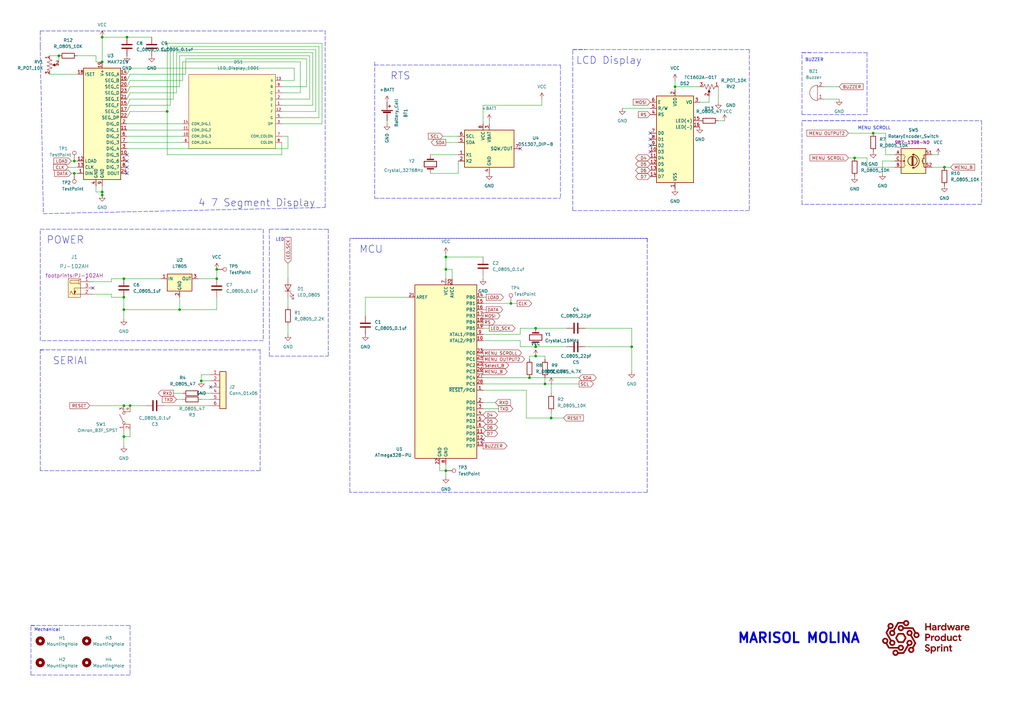
<source format=kicad_sch>
(kicad_sch (version 20211123) (generator eeschema)
  (paper "A3")
  (junction (at 50.8 121.92))
  (junction (at 209.55 124.46))
  (junction (at 41.91 25.4))
  (junction (at 41.91 78.74))
  (junction (at 82.55 156.21))
  (junction (at 350.52 64.77))
  (junction (at 50.8 179.07))
  (junction (at 219.71 142.24))
  (junction (at 53.34 166.37))
  (junction (at 387.35 68.58))
  (junction (at 50.8 166.37))
  (junction (at 182.88 105.41))
  (junction (at 88.9 114.3))
  (junction (at 276.86 35.56))
  (junction (at 30.48 66.04))
  (junction (at 219.71 134.62))
  (junction (at 24.13 22.86))
  (junction (at 219.71 146.05))
  (junction (at 358.14 54.61))
  (junction (at 182.88 110.49))
  (junction (at 217.17 154.94))
  (junction (at 41.91 15.24))
  (junction (at 68.58 45.72))
  (junction (at 182.88 193.04))
  (junction (at 30.48 71.12))
  (junction (at 52.07 15.24))
  (junction (at 50.8 127))
  (junction (at 41.91 80.01))
  (junction (at 226.06 171.45))
  (junction (at 73.66 127))
  (junction (at 223.52 157.48))
  (junction (at 88.9 110.49))
  (junction (at 50.8 114.3))
  (junction (at 259.08 142.24))
  (no_connect (at 198.12 180.34))
  (no_connect (at 86.36 158.75))
  (no_connect (at 266.7 54.61))
  (no_connect (at 266.7 59.69))
  (no_connect (at 266.7 62.23))
  (no_connect (at 266.7 57.15))
  (no_connect (at 52.07 71.12))
  (no_connect (at 52.07 66.04))
  (no_connect (at 52.07 68.58))
  (no_connect (at 52.07 63.5))
  (no_connect (at 38.1 118.11))
  (no_connect (at -44.45 233.68))
  (no_connect (at 213.36 60.96))
  (wire (pts (xy 68.58 45.72) (xy 68.58 17.78)))
  (polyline (pts (xy 116.84 93.98) (xy 134.62 93.98)))
  (wire (pts (xy 167.64 121.92) (xy 149.86 121.92)))
  (wire (pts (xy 86.36 153.67) (xy 82.55 153.67)))
  (wire (pts (xy 53.34 45.72) (xy 52.07 48.26)))
  (wire (pts (xy 69.85 43.18) (xy 69.85 19.05)))
  (wire (pts (xy 215.9 160.02) (xy 215.9 171.45)))
  (wire (pts (xy 198.12 165.1) (xy 203.2 165.1)))
  (wire (pts (xy 182.88 105.41) (xy 182.88 110.49)))
  (wire (pts (xy 198.12 127) (xy 199.39 127)))
  (polyline (pts (xy 402.59 83.82) (xy 328.93 83.82)))
  (wire (pts (xy 50.8 114.3) (xy 66.04 114.3)))
  (wire (pts (xy 53.34 40.64) (xy 52.07 43.18)))
  (polyline (pts (xy 17.78 87.63) (xy 133.35 85.09)))
  (polyline (pts (xy 133.35 85.09) (xy 133.35 12.7)))
  (wire (pts (xy 222.25 40.64) (xy 222.25 43.18)))
  (polyline (pts (xy 328.93 46.99) (xy 328.93 21.59)))
  (wire (pts (xy 72.39 38.1) (xy 72.39 21.59)))
  (wire (pts (xy 88.9 109.22) (xy 88.9 110.49)))
  (wire (pts (xy 41.91 80.01) (xy 41.91 81.28)))
  (wire (pts (xy 76.2 24.13) (xy 125.73 24.13)))
  (wire (pts (xy 198.12 134.62) (xy 200.66 134.62)))
  (wire (pts (xy 73.66 35.56) (xy 73.66 22.86)))
  (wire (pts (xy 182.88 190.5) (xy 182.88 193.04)))
  (wire (pts (xy 115.57 40.64) (xy 127 40.64)))
  (wire (pts (xy 50.8 179.07) (xy 50.8 182.88)))
  (wire (pts (xy 53.34 43.18) (xy 52.07 45.72)))
  (wire (pts (xy 350.52 64.77) (xy 355.6 64.77)))
  (wire (pts (xy 50.8 166.37) (xy 53.34 166.37)))
  (wire (pts (xy 82.55 153.67) (xy 82.55 156.21)))
  (wire (pts (xy 118.11 55.88) (xy 115.57 55.88)))
  (wire (pts (xy 198.12 121.92) (xy 199.39 121.92)))
  (wire (pts (xy 30.48 66.04) (xy 31.75 66.04)))
  (wire (pts (xy 52.07 60.96) (xy 118.11 60.96)))
  (polyline (pts (xy 16.51 12.7) (xy 133.35 12.7)))
  (wire (pts (xy 52.07 58.42) (xy 74.93 58.42)))
  (polyline (pts (xy 328.93 49.53) (xy 402.59 49.53)))
  (wire (pts (xy 41.91 76.2) (xy 41.91 78.74)))
  (wire (pts (xy 198.12 160.02) (xy 215.9 160.02)))
  (wire (pts (xy 30.48 71.12) (xy 31.75 71.12)))
  (polyline (pts (xy 355.6 46.99) (xy 328.93 46.99)))
  (wire (pts (xy 71.12 161.29) (xy 74.93 161.29)))
  (wire (pts (xy 213.36 137.16) (xy 213.36 134.62)))
  (wire (pts (xy 226.06 157.48) (xy 226.06 161.29)))
  (polyline (pts (xy 328.93 21.59) (xy 332.74 21.59)))
  (polyline (pts (xy 12.7 276.86) (xy 12.7 256.54)))
  (wire (pts (xy 115.57 35.56) (xy 125.73 35.56)))
  (wire (pts (xy 294.64 35.56) (xy 294.64 41.91)))
  (wire (pts (xy 82.55 163.83) (xy 86.36 163.83)))
  (wire (pts (xy 198.12 50.8) (xy 198.12 43.18)))
  (wire (pts (xy 387.35 68.58) (xy 382.27 68.58)))
  (wire (pts (xy 53.34 33.02) (xy 52.07 35.56)))
  (polyline (pts (xy 328.93 49.53) (xy 356.87 49.53)))
  (polyline (pts (xy 16.51 19.05) (xy 17.78 87.63)))
  (wire (pts (xy 82.55 156.21) (xy 86.36 156.21)))
  (wire (pts (xy 20.32 22.86) (xy 24.13 22.86)))
  (wire (pts (xy 72.39 163.83) (xy 74.93 163.83)))
  (wire (pts (xy 149.86 121.92) (xy 149.86 129.54)))
  (wire (pts (xy 53.34 30.48) (xy 76.2 30.48)))
  (wire (pts (xy 52.07 15.24) (xy 62.23 15.24)))
  (polyline (pts (xy 134.62 93.98) (xy 134.62 146.05)))
  (wire (pts (xy 213.36 134.62) (xy 219.71 134.62)))
  (wire (pts (xy 182.88 110.49) (xy 185.42 110.49)))
  (wire (pts (xy 73.66 121.92) (xy 73.66 127)))
  (polyline (pts (xy 16.51 139.7) (xy 16.51 93.98)))
  (wire (pts (xy 41.91 15.24) (xy 52.07 15.24)))
  (wire (pts (xy 198.12 167.64) (xy 204.47 167.64)))
  (polyline (pts (xy 153.67 81.28) (xy 229.87 81.28)))
  (wire (pts (xy 223.52 157.48) (xy 237.49 157.48)))
  (wire (pts (xy 361.95 71.12) (xy 361.95 66.04)))
  (wire (pts (xy 226.06 168.91) (xy 226.06 171.45)))
  (wire (pts (xy 38.1 120.65) (xy 45.72 120.65)))
  (wire (pts (xy 213.36 139.7) (xy 213.36 142.24)))
  (wire (pts (xy 68.58 45.72) (xy 68.58 63.5)))
  (polyline (pts (xy 110.49 146.05) (xy 134.62 146.05)))
  (wire (pts (xy 185.42 114.3) (xy 185.42 110.49)))
  (wire (pts (xy 294.64 49.53) (xy 297.18 49.53)))
  (wire (pts (xy 50.8 127) (xy 50.8 130.81)))
  (wire (pts (xy 118.11 107.95) (xy 118.11 114.3)))
  (wire (pts (xy 358.14 54.61) (xy 363.22 54.61)))
  (polyline (pts (xy 12.7 256.54) (xy 13.97 256.54)))
  (polyline (pts (xy 234.95 20.32) (xy 240.03 20.32)))
  (wire (pts (xy 72.39 21.59) (xy 128.27 21.59)))
  (wire (pts (xy 187.96 66.04) (xy 187.96 71.12)))
  (wire (pts (xy 53.34 38.1) (xy 52.07 40.64)))
  (polyline (pts (xy 16.51 143.51) (xy 17.78 143.51)))
  (wire (pts (xy 53.34 35.56) (xy 73.66 35.56)))
  (wire (pts (xy 182.88 105.41) (xy 198.12 105.41)))
  (wire (pts (xy 198.12 154.94) (xy 217.17 154.94)))
  (polyline (pts (xy 143.51 201.93) (xy 143.51 97.79)))
  (polyline (pts (xy 110.49 93.98) (xy 118.11 93.98)))
  (wire (pts (xy 71.12 20.32) (xy 129.54 20.32)))
  (wire (pts (xy 39.37 22.86) (xy 39.37 25.4)))
  (wire (pts (xy 53.34 40.64) (xy 71.12 40.64)))
  (polyline (pts (xy 12.7 256.54) (xy 53.34 256.54)))
  (wire (pts (xy 53.34 38.1) (xy 72.39 38.1)))
  (wire (pts (xy 125.73 24.13) (xy 125.73 35.56)))
  (wire (pts (xy 187.96 71.12) (xy 176.53 71.12)))
  (wire (pts (xy 53.34 166.37) (xy 59.69 166.37)))
  (wire (pts (xy 50.8 127) (xy 73.66 127)))
  (wire (pts (xy 38.1 115.57) (xy 45.72 115.57)))
  (wire (pts (xy 53.34 43.18) (xy 69.85 43.18)))
  (wire (pts (xy 363.22 54.61) (xy 363.22 63.5)))
  (wire (pts (xy 45.72 115.57) (xy 45.72 114.3)))
  (wire (pts (xy 276.86 33.02) (xy 276.86 35.56)))
  (wire (pts (xy 182.88 104.14) (xy 182.88 105.41)))
  (polyline (pts (xy 265.43 201.93) (xy 143.51 201.93)))
  (wire (pts (xy 50.8 121.92) (xy 45.72 121.92)))
  (wire (pts (xy 115.57 43.18) (xy 128.27 43.18)))
  (wire (pts (xy 53.34 45.72) (xy 68.58 45.72)))
  (wire (pts (xy 39.37 25.4) (xy 41.91 25.4)))
  (wire (pts (xy 255.27 44.45) (xy 266.7 44.45)))
  (wire (pts (xy 226.06 171.45) (xy 231.14 171.45)))
  (wire (pts (xy 115.57 63.5) (xy 115.57 58.42)))
  (wire (pts (xy 176.53 63.5) (xy 187.96 63.5)))
  (wire (pts (xy 115.57 50.8) (xy 132.08 50.8)))
  (wire (pts (xy 128.27 21.59) (xy 128.27 43.18)))
  (wire (pts (xy 158.75 50.8) (xy 158.75 49.53)))
  (wire (pts (xy 53.34 27.94) (xy 120.65 27.94)))
  (wire (pts (xy 29.21 66.04) (xy 30.48 66.04)))
  (wire (pts (xy 129.54 20.32) (xy 129.54 45.72)))
  (wire (pts (xy 355.6 64.77) (xy 355.6 68.58)))
  (wire (pts (xy 287.02 41.91) (xy 290.83 41.91)))
  (wire (pts (xy 209.55 124.46) (xy 212.09 124.46)))
  (wire (pts (xy 27.94 68.58) (xy 31.75 68.58)))
  (wire (pts (xy 223.52 154.94) (xy 223.52 157.48)))
  (wire (pts (xy 219.71 142.24) (xy 232.41 142.24)))
  (wire (pts (xy 217.17 146.05) (xy 219.71 146.05)))
  (wire (pts (xy 347.98 64.77) (xy 350.52 64.77)))
  (wire (pts (xy 31.75 22.86) (xy 39.37 22.86)))
  (wire (pts (xy 88.9 121.92) (xy 88.9 127)))
  (wire (pts (xy 115.57 45.72) (xy 129.54 45.72)))
  (wire (pts (xy 259.08 142.24) (xy 259.08 152.4)))
  (polyline (pts (xy 144.78 97.79) (xy 265.43 97.79)))
  (polyline (pts (xy 265.43 97.79) (xy 265.43 201.93)))
  (wire (pts (xy 115.57 38.1) (xy 123.19 38.1)))
  (polyline (pts (xy 53.34 256.54) (xy 53.34 276.86)))
  (polyline (pts (xy 229.87 26.67) (xy 229.87 81.28)))
  (polyline (pts (xy 234.95 20.32) (xy 307.34 20.32)))
  (wire (pts (xy 290.83 41.91) (xy 290.83 39.37)))
  (wire (pts (xy 76.2 30.48) (xy 76.2 24.13)))
  (wire (pts (xy 50.8 121.92) (xy 50.8 127)))
  (wire (pts (xy 68.58 17.78) (xy 132.08 17.78)))
  (polyline (pts (xy 402.59 49.53) (xy 402.59 83.82)))
  (wire (pts (xy 181.61 55.88) (xy 187.96 55.88)))
  (wire (pts (xy 200.66 49.53) (xy 200.66 50.8)))
  (wire (pts (xy 52.07 53.34) (xy 74.93 53.34)))
  (wire (pts (xy 53.34 179.07) (xy 50.8 179.07)))
  (wire (pts (xy 198.12 157.48) (xy 223.52 157.48)))
  (wire (pts (xy 389.89 68.58) (xy 387.35 68.58)))
  (polyline (pts (xy 153.67 25.4) (xy 153.67 81.28)))
  (wire (pts (xy 130.81 19.05) (xy 130.81 48.26)))
  (polyline (pts (xy 107.95 139.7) (xy 16.51 139.7)))
  (wire (pts (xy 53.34 30.48) (xy 52.07 33.02)))
  (polyline (pts (xy 328.93 21.59) (xy 355.6 21.59)))
  (polyline (pts (xy 106.68 193.04) (xy 16.51 193.04)))
  (wire (pts (xy 73.66 127) (xy 88.9 127)))
  (wire (pts (xy 363.22 63.5) (xy 367.03 63.5)))
  (wire (pts (xy 355.6 68.58) (xy 367.03 68.58)))
  (wire (pts (xy 180.34 190.5) (xy 180.34 193.04)))
  (wire (pts (xy 123.19 25.4) (xy 123.19 38.1)))
  (wire (pts (xy 36.83 166.37) (xy 50.8 166.37)))
  (wire (pts (xy 180.34 193.04) (xy 182.88 193.04)))
  (wire (pts (xy 337.82 35.56) (xy 344.17 35.56)))
  (polyline (pts (xy 16.51 143.51) (xy 106.68 143.51)))
  (wire (pts (xy 120.65 27.94) (xy 120.65 33.02)))
  (wire (pts (xy 71.12 40.64) (xy 71.12 20.32)))
  (wire (pts (xy 53.34 176.53) (xy 53.34 179.07)))
  (wire (pts (xy 69.85 19.05) (xy 130.81 19.05)))
  (wire (pts (xy 52.07 55.88) (xy 74.93 55.88)))
  (polyline (pts (xy 355.6 21.59) (xy 355.6 46.99)))
  (polyline (pts (xy 16.51 193.04) (xy 16.51 143.51)))
  (wire (pts (xy 223.52 147.32) (xy 223.52 146.05)))
  (wire (pts (xy 82.55 161.29) (xy 86.36 161.29)))
  (wire (pts (xy 45.72 114.3) (xy 50.8 114.3)))
  (wire (pts (xy 361.95 66.04) (xy 367.03 66.04)))
  (wire (pts (xy 215.9 171.45) (xy 226.06 171.45)))
  (wire (pts (xy 276.86 35.56) (xy 276.86 36.83)))
  (wire (pts (xy 39.37 78.74) (xy 39.37 76.2)))
  (wire (pts (xy 219.71 146.05) (xy 223.52 146.05)))
  (wire (pts (xy 41.91 15.24) (xy 41.91 25.4)))
  (wire (pts (xy 20.32 30.48) (xy 31.75 30.48)))
  (wire (pts (xy 53.34 33.02) (xy 74.93 33.02)))
  (polyline (pts (xy 16.51 93.98) (xy 107.95 93.98)))
  (wire (pts (xy 45.72 121.92) (xy 45.72 120.65)))
  (wire (pts (xy 198.12 113.03) (xy 198.12 114.3)))
  (wire (pts (xy 118.11 60.96) (xy 118.11 55.88)))
  (polyline (pts (xy 106.68 143.51) (xy 106.68 193.04)))
  (wire (pts (xy 347.98 54.61) (xy 358.14 54.61)))
  (wire (pts (xy 81.28 114.3) (xy 88.9 114.3)))
  (wire (pts (xy 53.34 35.56) (xy 52.07 38.1)))
  (wire (pts (xy 198.12 137.16) (xy 213.36 137.16)))
  (polyline (pts (xy 107.95 93.98) (xy 107.95 139.7)))
  (polyline (pts (xy 53.34 276.86) (xy 12.7 276.86)))
  (polyline (pts (xy 307.34 20.32) (xy 307.34 86.36)))
  (wire (pts (xy 344.17 40.64) (xy 337.82 40.64)))
  (wire (pts (xy 73.66 22.86) (xy 127 22.86)))
  (wire (pts (xy 182.88 58.42) (xy 187.96 58.42)))
  (wire (pts (xy 115.57 48.26) (xy 130.81 48.26)))
  (wire (pts (xy 53.34 27.94) (xy 52.07 30.48)))
  (wire (pts (xy 67.31 166.37) (xy 86.36 166.37)))
  (wire (pts (xy 240.03 142.24) (xy 259.08 142.24)))
  (wire (pts (xy 217.17 154.94) (xy 237.49 154.94)))
  (wire (pts (xy 52.07 50.8) (xy 74.93 50.8)))
  (polyline (pts (xy 153.67 26.67) (xy 229.87 26.67)))
  (wire (pts (xy 182.88 195.58) (xy 182.88 193.04)))
  (polyline (pts (xy 307.34 86.36) (xy 234.95 86.36)))
  (wire (pts (xy 219.71 134.62) (xy 232.41 134.62)))
  (wire (pts (xy 198.12 139.7) (xy 213.36 139.7)))
  (polyline (pts (xy 265.43 97.79) (xy 265.43 99.06)))
  (wire (pts (xy 198.12 124.46) (xy 209.55 124.46)))
  (wire (pts (xy 68.58 63.5) (xy 115.57 63.5)))
  (wire (pts (xy 88.9 110.49) (xy 88.9 114.3)))
  (wire (pts (xy 74.93 33.02) (xy 74.93 25.4)))
  (wire (pts (xy 74.93 25.4) (xy 123.19 25.4)))
  (wire (pts (xy 127 22.86) (xy 127 40.64)))
  (wire (pts (xy 240.03 134.62) (xy 259.08 134.62)))
  (wire (pts (xy 118.11 133.35) (xy 118.11 137.16)))
  (wire (pts (xy 217.17 147.32) (xy 217.17 146.05)))
  (wire (pts (xy 384.81 63.5) (xy 382.27 63.5)))
  (wire (pts (xy 118.11 121.92) (xy 118.11 125.73)))
  (wire (pts (xy 50.8 176.53) (xy 50.8 179.07)))
  (polyline (pts (xy 328.93 83.82) (xy 328.93 49.53)))
  (wire (pts (xy 259.08 134.62) (xy 259.08 142.24)))
  (polyline (pts (xy 234.95 86.36) (xy 234.95 20.32)))
  (wire (pts (xy 213.36 142.24) (xy 219.71 142.24)))
  (wire (pts (xy 39.37 78.74) (xy 41.91 78.74)))
  (polyline (pts (xy 110.49 146.05) (xy 110.49 93.98)))
  (wire (pts (xy 132.08 17.78) (xy 132.08 50.8)))
  (wire (pts (xy 41.91 78.74) (xy 41.91 80.01)))
  (polyline (pts (xy 143.51 97.79) (xy 265.43 97.79)))
  (polyline (pts (xy 16.51 12.7) (xy 16.51 19.05)))
  (wire (pts (xy 198.12 43.18) (xy 222.25 43.18)))
  (wire (pts (xy 276.86 35.56) (xy 287.02 35.56)))
  (wire (pts (xy 182.88 110.49) (xy 182.88 114.3)))
  (wire (pts (xy 115.57 33.02) (xy 120.65 33.02)))
  (wire (pts (xy 24.13 22.86) (xy 24.13 26.67)))
  (wire (pts (xy 29.21 71.12) (xy 30.48 71.12)))
  (text "SERIAl" (at 21.59 149.86 0) (effects (font (size 3 3)) (justify left bottom)))
  (text "4 7 Segment Display" (at 81.28 85.09 0) (effects (font (size 3 3)) (justify left bottom)))
  (text "LED" (at 113.03 99.06 0) (effects (font (size 1.27 1.27)) (justify left bottom)))
  (text "BUZZER" (at 330.2 25.4 0) (effects (font (size 1.27 1.27)) (justify left bottom)))
  (text "LCD Display" (at 236.22 26.67 0) (effects (font (size 3 3)) (justify left bottom)))
  (text "MENU SCROLL" (at 351.79 53.34 0) (effects (font (size 1.27 1.27)) (justify left bottom)))
  (text "Mechanical" (at 13.97 259.08 0) (effects (font (size 1.27 1.27)) (justify left bottom)))
  (text "MARISOL MOLINA" (at 302.26 264.16 0) (effects (font (size 4 4) (thickness 0.8) bold) (justify left bottom)))
  (text "MCU" (at 147.32 104.14 0) (effects (font (size 3 3)) (justify left bottom)))
  (text "RTS\n" (at 160.02 33.02 0) (effects (font (size 3 3)) (justify left bottom)))
  (text "POWER" (at 19.05 100.33 0) (effects (font (size 3 3)) (justify left bottom)))
  (global_label "MOSI" (shape output) (at 198.12 129.54 0) (property "Intersheet References" "${INTERSHEET_REFS}" (effects hide)))
  (global_label "CLK" (shape input) (at 27.94 68.58 180) (property "Intersheet References" "${INTERSHEET_REFS}" (effects hide)))
  (global_label "MENU_B" (shape output) (at 198.12 152.4 0) (property "Intersheet References" "${INTERSHEET_REFS}" (effects hide)))
  (global_label "D5" (shape bidirectional) (at 198.12 172.72 0) (property "Intersheet References" "${INTERSHEET_REFS}" (effects hide)))
  (global_label "LED_SCK" (shape output) (at 200.66 134.62 0) (property "Intersheet References" "${INTERSHEET_REFS}" (effects hide)))
  (global_label "DATA" (shape output) (at 199.39 127 0) (property "Intersheet References" "${INTERSHEET_REFS}" (effects hide)))
  (global_label "RESET" (shape input) (at 231.14 171.45 0) (property "Intersheet References" "${INTERSHEET_REFS}" (effects hide)))
  (global_label "MENU SCROLL" (shape output) (at 198.12 144.78 0) (property "Intersheet References" "${INTERSHEET_REFS}" (effects hide)))
  (global_label "SDA" (shape output) (at 182.88 58.42 180) (property "Intersheet References" "${INTERSHEET_REFS}" (effects hide)))
  (global_label "RS" (shape output) (at 198.12 132.08 0) (property "Intersheet References" "${INTERSHEET_REFS}" (effects hide)))
  (global_label "RESET" (shape input) (at 36.83 166.37 180) (property "Intersheet References" "${INTERSHEET_REFS}" (effects hide)))
  (global_label "D4" (shape bidirectional) (at 266.7 64.77 180) (property "Intersheet References" "${INTERSHEET_REFS}" (effects hide)))
  (global_label "D6" (shape bidirectional) (at 198.12 175.26 0) (property "Intersheet References" "${INTERSHEET_REFS}" (effects hide)))
  (global_label "MENU OUTPUT2" (shape output) (at 198.12 147.32 0) (property "Intersheet References" "${INTERSHEET_REFS}" (effects hide)))
  (global_label "LOAD" (shape output) (at 199.39 121.92 0) (property "Intersheet References" "${INTERSHEET_REFS}" (effects hide)))
  (global_label "D7" (shape bidirectional) (at 266.7 72.39 180) (property "Intersheet References" "${INTERSHEET_REFS}" (effects hide)))
  (global_label "MENU SCROLL" (shape input) (at 347.98 64.77 180) (property "Intersheet References" "${INTERSHEET_REFS}" (effects hide)))
  (global_label "MENU OUTPUT2" (shape input) (at 347.98 54.61 180) (property "Intersheet References" "${INTERSHEET_REFS}" (effects hide)))
  (global_label "RXD" (shape output) (at 71.12 161.29 180) (property "Intersheet References" "${INTERSHEET_REFS}" (effects hide)))
  (global_label "SCL" (shape input) (at 181.61 55.88 180) (property "Intersheet References" "${INTERSHEET_REFS}" (effects hide)))
  (global_label "RXD" (shape input) (at 203.2 165.1 0) (property "Intersheet References" "${INTERSHEET_REFS}" (effects hide)))
  (global_label "D7" (shape bidirectional) (at 198.12 177.8 0) (property "Intersheet References" "${INTERSHEET_REFS}" (effects hide)))
  (global_label "D6" (shape bidirectional) (at 266.7 69.85 180) (property "Intersheet References" "${INTERSHEET_REFS}" (effects hide)))
  (global_label "MOSI" (shape input) (at 266.7 41.91 180) (property "Intersheet References" "${INTERSHEET_REFS}" (effects hide)))
  (global_label "SDA" (shape bidirectional) (at 237.49 154.94 0) (property "Intersheet References" "${INTERSHEET_REFS}" (effects hide)))
  (global_label "D4" (shape bidirectional) (at 198.12 170.18 0) (property "Intersheet References" "${INTERSHEET_REFS}" (effects hide)))
  (global_label "MENU_B" (shape input) (at 389.89 68.58 0) (property "Intersheet References" "${INTERSHEET_REFS}" (effects hide)))
  (global_label "TXD" (shape output) (at 204.47 167.64 0) (property "Intersheet References" "${INTERSHEET_REFS}" (effects hide)))
  (global_label "BUZZER" (shape input) (at 344.17 35.56 0) (property "Intersheet References" "${INTERSHEET_REFS}" (effects hide)))
  (global_label "LOAD" (shape input) (at 29.21 66.04 180) (property "Intersheet References" "${INTERSHEET_REFS}" (effects hide)))
  (global_label "RS" (shape input) (at 266.7 46.99 180) (property "Intersheet References" "${INTERSHEET_REFS}" (effects hide)))
  (global_label "BUZZER" (shape output) (at 198.12 182.88 0) (property "Intersheet References" "${INTERSHEET_REFS}" (effects hide)))
  (global_label "LED_SCK" (shape input) (at 118.11 107.95 90) (property "Intersheet References" "${INTERSHEET_REFS}" (effects hide)))
  (global_label "CLK" (shape output) (at 212.09 124.46 0) (property "Intersheet References" "${INTERSHEET_REFS}" (effects hide)))
  (global_label "TXD" (shape input) (at 72.39 163.83 180) (property "Intersheet References" "${INTERSHEET_REFS}" (effects hide)))
  (global_label "DATA" (shape input) (at 29.21 71.12 180) (property "Intersheet References" "${INTERSHEET_REFS}" (effects hide)))
  (global_label "D5" (shape bidirectional) (at 266.7 67.31 180) (property "Intersheet References" "${INTERSHEET_REFS}" (effects hide)))
  (global_label "Select_B" (shape output) (at 198.12 149.86 0) (property "Intersheet References" "${INTERSHEET_REFS}" (effects hide)))
  (global_label "SCL" (shape output) (at 237.49 157.48 0) (property "Intersheet References" "${INTERSHEET_REFS}" (effects hide)))
  (symbol (lib_id "HPS:GND") (at 361.95 71.12 0) (unit 1)
    (property "Reference" "#PWR017" (effects hide))
    (property "Value" "GND" (at 361.95 76.2 0))
  )
  (symbol (lib_id "HPS:R_0805_4.7K") (at 223.52 151.13 0) (unit 1)
    (property "Reference" "R9" (at 226.06 149.8599 0) (effects (justify left)))
    (property "Value" "R_0805_4.7K" (at 226.06 152.3999 0) (effects (justify left)))
    (property "Footprint" "footprints:R_0805_2012Metric" (effects hide))
    (property "Datasheet" "https://www.digikey.com/en/products/detail/yageo/RC0805FR-074K7L/727929" (effects hide))
    (property "MFG" "Yageo" (effects hide))
    (property "MPN" "RC0805FR-074K7L" (effects hide))
    (property "Digikey PN" "311-4.70KCRCT-ND" (effects hide))
    (property "Mouser PN" "N/A" (effects hide))
    (property "Power" "N/A" (effects hide))
    (property "Tolerance" "N/A" (effects hide))
  )
  (symbol (lib_id "HPS:PJ-102AH") (at 33.02 118.11 0) (unit 1)
    (property "Reference" "J1" (at 30.48 105.41 0) (effects (font (size 1.524 1.524))))
    (property "Value" "PJ-102AH" (at 30.48 109.22 0) (effects (font (size 1.524 1.524))))
    (property "Footprint" "footprints:PJ-102AH" (at 30.48 113.03 0) (effects (font (size 1.524 1.524))))
    (property "Datasheet" "https://www.cuidevices.com/product/resource/pj-102ah.pdf" (effects hide))
    (property "MFG" "CUI Devices" (effects hide))
    (property "MPN" "PJ-102AH" (effects hide))
    (property "Digikey PN" "CP-102AH-ND" (effects hide))
    (property "Mouser PN" "490-PJ-102AH" (effects hide))
  )
  (symbol (lib_id "HPS:TestPoint") (at 30.48 71.12 180) (unit 1)
    (property "Reference" "TP2" (at 25.4 74.93 0) (effects (justify right)))
    (property "Value" "TestPoint" (at 25.4 77.47 0) (effects (justify right)))
    (property "Footprint" "footprints:TestPoint_THTPad_D2.0mm_Drill1.0mm" (effects hide))
  )
  (symbol (lib_id "HPS:R_0805_10K") (at 350.52 68.58 0) (unit 1)
    (property "Reference" "R6" (at 353.06 67.3099 0) (effects (justify left)))
    (property "Value" "R_0805_10K" (at 353.06 69.8499 0) (effects (justify left)))
    (property "Footprint" "footprints:R_0805_2012Metric" (effects hide))
    (property "Datasheet" "https://www.digikey.com/en/products/detail/yageo/RC0805FR-0710KL/727535" (effects hide))
    (property "MFG" "Yageo" (effects hide))
    (property "MPN" "RC0805FR-0710KL" (effects hide))
    (property "Digikey PN" "311-10.0KCRCT-ND" (effects hide))
    (property "Mouser PN" "N/A" (effects hide))
    (property "Power" "N/A" (effects hide))
    (property "Tolerance" "N/A" (effects hide))
  )
  (symbol (lib_id "HPS:R_POT_10K") (at 290.83 35.56 270) (unit 1)
    (property "Reference" "RV2" (at 299.72 35.56 90))
    (property "Value" "R_POT_10K" (at 300.99 33.02 90))
    (property "Footprint" "footprints:Potentiometer_Bourns_3386P_Vertical" (effects hide))
    (property "Datasheet" "https://www.bourns.com/docs/Product-Datasheets/3386.pdf" (effects hide))
    (property "MFG" "Bourns Inc." (effects hide))
    (property "MPN" "3386P-1-103TLF" (effects hide))
    (property "Digikey PN" "3386P-103TLF-ND" (effects hide))
    (property "Mouser PN" "N/A" (effects hide))
  )
  (symbol (lib_id "HPS:C_0805_0.1uf") (at 63.5 166.37 90) (unit 1)
    (property "Reference" "C3" (at 63.5 173.99 90))
    (property "Value" "C_0805_0.1uf" (at 63.5 171.45 90))
    (property "Footprint" "footprints:C_0805_2012Metric" (effects hide))
    (property "Datasheet" "https://datasheets.avx.com/X7RDielectric.pdf" (effects hide))
    (property "MFG" "AVX Corporation" (effects hide))
    (property "MPN" "08055C104KAT2A" (effects hide))
    (property "Digikey PN" "478-1395-1-ND" (effects hide))
    (property "Mouser PN" "N/A" (effects hide))
    (property "Voltage" "N/A" (effects hide))
    (property "Dielectric" "N/A" (effects hide))
    (property "Tolerance" "N/A" (effects hide))
  )
  (symbol (lib_id "HPS:TestPoint") (at 182.88 193.04 270) (unit 1)
    (property "Reference" "TP3" (at 187.96 191.7699 90) (effects (justify left)))
    (property "Value" "TestPoint" (at 187.96 194.3099 90) (effects (justify left)))
    (property "Footprint" "footprints:TestPoint_THTPad_D2.0mm_Drill1.0mm" (effects hide))
  )
  (symbol (lib_id "HPS:GND") (at 158.75 50.8 0) (unit 1)
    (property "Reference" "#PWR04" (effects hide))
    (property "Value" "GND" (at 158.7501 54.61 90) (effects (justify right)))
  )
  (symbol (lib_id "HPS:GND") (at 198.12 114.3 0) (unit 1)
    (property "Reference" "#PWR016" (effects hide))
    (property "Value" "GND" (at 198.12 119.38 0))
  )
  (symbol (lib_id "HPS:R_0805_4.7K") (at 217.17 151.13 0) (unit 1)
    (property "Reference" "R8" (at 219.71 149.8599 0) (effects (justify left)))
    (property "Value" "R_0805_4.7K" (at 219.71 152.3999 0) (effects (justify left)))
    (property "Footprint" "footprints:R_0805_2012Metric" (effects hide))
    (property "Datasheet" "https://www.digikey.com/en/products/detail/yageo/RC0805FR-074K7L/727929" (effects hide))
    (property "MFG" "Yageo" (effects hide))
    (property "MPN" "RC0805FR-074K7L" (effects hide))
    (property "Digikey PN" "311-4.70KCRCT-ND" (effects hide))
    (property "Mouser PN" "N/A" (effects hide))
    (property "Power" "N/A" (effects hide))
    (property "Tolerance" "N/A" (effects hide))
  )
  (symbol (lib_id "HPS:GND") (at 358.14 62.23 0) (unit 1)
    (property "Reference" "#PWR013" (effects hide))
    (property "Value" "GND" (at 358.14 67.31 0))
  )
  (symbol (lib_id "HPS:MountingHole") (at 35.56 262.89 0) (unit 1)
    (property "Reference" "H3" (at 43.18 261.62 0) (effects (justify left)))
    (property "Value" "MountingHole" (at 38.1 264.1599 0) (effects (justify left)))
    (property "Footprint" "footprints:MountingHole_3.2mm_M3" (effects hide))
  )
  (symbol (lib_id "HPS:VCC") (at 88.9 110.49 0) (unit 1)
    (property "Reference" "#PWR07" (effects hide))
    (property "Value" "VCC" (at 88.9 105.41 0))
  )
  (symbol (lib_id "HPS:VCC") (at 182.88 104.14 0) (unit 1)
    (property "Reference" "#PWR015" (effects hide))
    (property "Value" "VCC" (at 182.88 99.06 0))
  )
  (symbol (lib_id "HPS:R_0805_47") (at 290.83 49.53 90) (unit 1)
    (property "Reference" "R13" (at 290.83 44.45 90))
    (property "Value" "R_0805_47" (at 290.83 45.72 90))
    (property "Footprint" "footprints:R_0805_2012Metric" (effects hide))
    (property "Datasheet" "https://www.digikey.com/en/products/detail/yageo/RC0805FR-0747RL/727972" (effects hide))
    (property "MFG" "Yageo" (effects hide))
    (property "Digikey PN" "RC0805FR-0747RL " (effects hide))
    (property "Mouser PN" "N/A" (effects hide))
    (property "Power" "N/A" (effects hide))
    (property "Tolerance" "N/A" (effects hide))
    (property "MPN" "RC0805FR-0747RL " (effects hide))
  )
  (symbol (lib_id "HPS:GND") (at 41.91 80.01 0) (unit 1)
    (property "Reference" "#PWR06" (effects hide))
    (property "Value" "GND" (at 41.91 85.09 0))
  )
  (symbol (lib_id "HPS:MountingHole") (at 16.51 262.89 0) (unit 1)
    (property "Reference" "H1" (at 24.13 261.62 0) (effects (justify left)))
    (property "Value" "MountingHole" (at 19.05 264.16 0) (effects (justify left)))
    (property "Footprint" "footprints:MountingHole_3.2mm_M3" (effects hide))
  )
  (symbol (lib_id "HPS:Crystal_16MHz") (at 219.71 138.43 90) (unit 1)
    (property "Reference" "Y1" (at 223.52 137.1599 90) (effects (justify right)))
    (property "Value" "Crystal_16MHz" (at 223.52 139.6999 90) (effects (justify right)))
    (property "Footprint" "footprints:Crystal_SMD_HC49-SD" (effects hide))
    (property "Datasheet" "https://ecsxtal.com/store/pdf/csm-7x-dn.pdf" (effects hide))
    (property "MFG" "ECS Inc." (effects hide))
    (property "MPN" "ECS-160-20-5PXDN-TR" (effects hide))
    (property "Digikey PN" "XC1299CT-ND" (effects hide))
    (property "Mouser PN" "N/A" (effects hide))
  )
  (symbol (lib_id "HPS:Conn_01x06") (at 91.44 158.75 0) (unit 1)
    (property "Reference" "J2" (at 93.98 158.7499 0) (effects (justify left)))
    (property "Value" "Conn_01x06" (at 93.98 161.2899 0) (effects (justify left)))
    (property "Footprint" "footprints:PinHeader_1x06_P2.54mm_Vertical" (effects hide))
    (property "Datasheet" "https://www.we-online.de/katalog/datasheet/6130xx11121.pdf" (effects hide))
    (property "MFG" "Würth Elektronik" (effects hide))
    (property "MPN" "61300611121" (effects hide))
    (property "Digikey PN" "732-5319-ND" (effects hide))
    (property "Mouser PN" "N/A" (effects hide))
  )
  (symbol (lib_id "HPS:VCC") (at 384.81 63.5 0) (unit 1)
    (property "Reference" "#PWR019" (effects hide))
    (property "Value" "VCC" (at 384.81 58.42 0))
  )
  (symbol (lib_id "HPS:R_0805_10K") (at 226.06 165.1 0) (unit 1)
    (property "Reference" "R2" (at 228.6 163.8299 0) (effects (justify left)))
    (property "Value" "R_0805_10K" (at 228.6 166.3699 0) (effects (justify left)))
    (property "Footprint" "footprints:R_0805_2012Metric" (effects hide))
    (property "Datasheet" "https://www.digikey.com/en/products/detail/yageo/RC0805FR-0710KL/727535" (effects hide))
    (property "MFG" "Yageo" (effects hide))
    (property "MPN" "RC0805FR-0710KL" (effects hide))
    (property "Digikey PN" "311-10.0KCRCT-ND" (effects hide))
    (property "Mouser PN" "N/A" (effects hide))
    (property "Power" "N/A" (effects hide))
    (property "Tolerance" "N/A" (effects hide))
  )
  (symbol (lib_id "HPS:VCC") (at 297.18 49.53 0) (unit 1)
    (property "Reference" "#PWR028" (effects hide))
    (property "Value" "VCC" (at 298.45 45.72 0))
  )
  (symbol (lib_id "HPS:+BATT") (at 200.66 49.53 0) (unit 1)
    (property "Reference" "#PWR023" (effects hide))
    (property "Value" "+BATT" (at 200.66 44.45 0))
  )
  (symbol (lib_id "HPS:GND") (at 118.11 137.16 0) (unit 1)
    (property "Reference" "#PWR08" (effects hide))
    (property "Value" "GND" (at 118.11 142.24 0))
  )
  (symbol (lib_id "HPS:R_0805_47") (at 78.74 161.29 90) (unit 1)
    (property "Reference" "R4" (at 74.93 154.94 90))
    (property "Value" "R_0805_47" (at 74.93 157.48 90))
    (property "Footprint" "footprints:R_0805_2012Metric" (effects hide))
    (property "Datasheet" "https://www.digikey.com/en/products/detail/yageo/RC0805FR-0747RL/727972" (effects hide))
    (property "MFG" "Yageo" (effects hide))
    (property "Digikey PN" "RC0805FR-0747RL " (effects hide))
    (property "Mouser PN" "N/A" (effects hide))
    (property "Power" "N/A" (effects hide))
    (property "Tolerance" "N/A" (effects hide))
    (property "MPN" "RC0805FR-0747RL " (effects hide))
  )
  (symbol (lib_id "HPS:VCC") (at 41.91 15.24 0) (unit 1)
    (property "Reference" "#PWR05" (effects hide))
    (property "Value" "VCC" (at 41.91 10.16 0))
  )
  (symbol (lib_id "HPS:GND") (at 350.52 72.39 0) (unit 1)
    (property "Reference" "#PWR09" (effects hide))
    (property "Value" "GND" (at 350.52 77.47 0))
  )
  (symbol (lib_id "HPS:+BATT") (at 158.75 41.91 0) (unit 1)
    (property "Reference" "#PWR03" (effects hide))
    (property "Value" "+BATT" (at 158.75 36.83 0))
  )
  (symbol (lib_id "HPS:TestPoint") (at 88.9 110.49 270) (unit 1)
    (property "Reference" "TP5" (at 93.98 109.2199 90) (effects (justify left)))
    (property "Value" "TestPoint" (at 93.98 111.7599 90) (effects (justify left)))
    (property "Footprint" "footprints:TestPoint_THTPad_D2.0mm_Drill1.0mm" (effects hide))
  )
  (symbol (lib_id "HPS:GND") (at 52.07 22.86 0) (unit 1)
    (property "Reference" "#PWR032" (effects hide))
    (property "Value" "GND" (at 52.07 27.94 0))
  )
  (symbol (lib_id "HPS:DS1307_DIP-8") (at 200.66 60.96 0) (unit 1)
    (property "Reference" "U4" (at 219.71 56.6293 0))
    (property "Value" "DS1307_DIP-8" (at 219.71 59.1693 0))
    (property "Footprint" "footprints:DIP-8_W7.62mm" (effects hide))
    (property "Datasheet" "https://datasheets.maximintegrated.com/en/ds/DS1307.pdf" (effects hide))
    (property "MFG" "Assmann WSW Components" (effects hide))
    (property "MPN" "A 08-LC-TT" (effects hide))
    (property "Digikey PN" "AE9986-ND" (effects hide))
    (property "Mouser PN" "N/A" (effects hide))
  )
  (symbol (lib_id "HPS:TestPoint") (at 209.55 124.46 0) (unit 1)
    (property "Reference" "TP4" (at 209.55 118.11 0) (effects (justify left)))
    (property "Value" "TestPoint" (at 210.82 120.65 0) (effects (justify left)))
    (property "Footprint" "footprints:TestPoint_THTPad_D2.0mm_Drill1.0mm" (effects hide))
  )
  (symbol (lib_id "HPS:C_0805_0.1uf") (at 52.07 19.05 0) (unit 1)
    (property "Reference" "C8" (at 55.88 17.7799 0) (effects (justify left)))
    (property "Value" "C_0805_0.1uf" (at 55.88 20.3199 0) (effects (justify left)))
    (property "Footprint" "footprints:C_0805_2012Metric" (effects hide))
    (property "Datasheet" "https://datasheets.avx.com/X7RDielectric.pdf" (effects hide))
    (property "MFG" "AVX Corporation" (effects hide))
    (property "MPN" "08055C104KAT2A" (effects hide))
    (property "Digikey PN" "478-1395-1-ND" (effects hide))
    (property "Mouser PN" "N/A" (effects hide))
    (property "Voltage" "N/A" (effects hide))
    (property "Dielectric" "N/A" (effects hide))
    (property "Tolerance" "N/A" (effects hide))
  )
  (symbol (lib_id "HPS:VCC") (at 219.71 146.05 0) (unit 1)
    (property "Reference" "#PWR034" (effects hide))
    (property "Value" "VCC" (at 219.71 140.97 0))
  )
  (symbol (lib_id "HPS:C_0805_0.1uf") (at 88.9 118.11 0) (unit 1)
    (property "Reference" "C7" (at 92.71 116.8399 0) (effects (justify left)))
    (property "Value" "C_0805_0.1uf" (at 92.71 119.3799 0) (effects (justify left)))
    (property "Footprint" "footprints:C_0805_2012Metric" (effects hide))
    (property "Datasheet" "https://datasheets.avx.com/X7RDielectric.pdf" (effects hide))
    (property "MFG" "AVX Corporation" (effects hide))
    (property "MPN" "08055C104KAT2A" (effects hide))
    (property "Digikey PN" "478-1395-1-ND" (effects hide))
    (property "Mouser PN" "N/A" (effects hide))
    (property "Voltage" "N/A" (effects hide))
    (property "Dielectric" "N/A" (effects hide))
    (property "Tolerance" "N/A" (effects hide))
  )
  (symbol (lib_id "HPS:HPS_Logo") (at 379.73 261.62 0) (unit 1)
    (property "Reference" "#G1" (effects hide))
    (property "Value" "HPS_Logo" (effects hide))
  )
  (symbol (lib_id "HPS:GND") (at 200.66 71.12 0) (unit 1)
    (property "Reference" "#PWR024" (effects hide))
    (property "Value" "GND" (at 200.66 76.2 0))
  )
  (symbol (lib_id "HPS:VCC") (at 222.25 40.64 0) (unit 1)
    (property "Reference" "#PWR025" (effects hide))
    (property "Value" "VCC" (at 222.25 35.56 0))
  )
  (symbol (lib_id "HPS:ATmega328-PU") (at 182.88 152.4 0) (unit 1)
    (property "Reference" "U1" (at 163.83 184.15 0))
    (property "Value" "ATmega328-PU" (at 161.29 186.69 0))
    (property "Footprint" "footprints:DIP-28_W7.62mm" (effects hide))
    (property "Datasheet" "http://www.microchip.com/mymicrochip/filehandler.aspx?ddocname=en608326" (effects hide))
    (property "MFG" "On Shore Technology Inc." (effects hide))
    (property "MPN" "ED281DT" (effects hide))
    (property "Digikey PN" "ED3050-5-ND" (effects hide))
    (property "Mouser PN" "N/A" (effects hide))
  )
  (symbol (lib_id "HPS:GND") (at 287.02 52.07 0) (unit 1)
    (property "Reference" "#PWR029" (effects hide))
    (property "Value" "GND" (at 287.02 57.15 0))
  )
  (symbol (lib_id "HPS:R_0805_10K") (at 358.14 58.42 0) (unit 1)
    (property "Reference" "R7" (at 360.68 57.1499 0) (effects (justify left)))
    (property "Value" "R_0805_10K" (at 360.68 59.6899 0) (effects (justify left)))
    (property "Footprint" "footprints:R_0805_2012Metric" (effects hide))
    (property "Datasheet" "https://www.digikey.com/en/products/detail/yageo/RC0805FR-0710KL/727535" (effects hide))
    (property "MFG" "Yageo" (effects hide))
    (property "MPN" "RC0805FR-0710KL" (effects hide))
    (property "Digikey PN" "311-10.0KCRCT-ND" (effects hide))
    (property "Mouser PN" "N/A" (effects hide))
    (property "Power" "N/A" (effects hide))
    (property "Tolerance" "N/A" (effects hide))
  )
  (symbol (lib_id "HPS:TestPoint") (at 30.48 66.04 0) (unit 1)
    (property "Reference" "TP1" (at 24.13 60.96 0) (effects (justify left)))
    (property "Value" "TestPoint" (at 20.32 63.5 0) (effects (justify left)))
    (property "Footprint" "footprints:TestPoint_THTPad_D2.0mm_Drill1.0mm" (effects hide))
  )
  (symbol (lib_id "HPS:LED_Display_1001") (at 72.39 50.8 0) (unit 1)
    (property "Reference" "DS1" (at 97.79 25.4 0))
    (property "Value" "LED_Display_1001" (at 97.79 27.94 0))
    (property "Footprint" "footprints:Adafruit-1001-0-0-MFG" (effects hide))
    (property "Datasheet" "https://cdn-shop.adafruit.com/datasheets/1001datasheet.pdf" (effects hide))
    (property "automotive" "No" (effects hide))
    (property "category" "Disp" (effects hide))
    (property "device class L1" "Optoelectronics" (effects hide))
    (property "device class L2" "Displays" (effects hide))
    (property "device class L3" "LED Displays" (effects hide))
    (property "digikey description" "WHITE 7-SEGMENT CLOCK DISPLAY" (effects hide))
    (property "digikey part number" "1528-1513-ND" (effects hide))
    (property "display type" "LED" (effects hide))
    (property "element config" "Common Cathode" (effects hide))
    (property "forward current" "20mA" (effects hide))
    (property "forward voltage" "3.2V" (effects hide))
    (property "height" "8.25mm" (effects hide))
    (property "lead free" "Yes" (effects hide))
    (property "library id" "a002f1a2b35db532" (effects hide))
    (property "luminous intensity" "30mcd" (effects hide))
    (property "manufacturer" "Adafruit" (effects hide))
    (property "mouser description" "Adafruit Accessories White 7-segment Clock Display" (effects hide))
    (property "mouser part number" "485-1001" (effects hide))
    (property "package" "PTH_50MM2_19MM0" (effects hide))
    (property "power dissipation" "100mW" (effects hide))
    (property "reverse voltage" "5V" (effects hide))
    (property "rohs" "Yes" (effects hide))
    (property "temperature range high" "+80°C" (effects hide))
    (property "temperature range low" "-40°C" (effects hide))
    (property "test current" "20mA" (effects hide))
    (property "MFG" "Adafruit Industries LLC" (effects hide))
    (property "MPN" "1001" (effects hide))
    (property "Digikey PN" "1528-1513-ND" (effects hide))
    (property "Mouser PN" "N/A" (effects hide))
  )
  (symbol (lib_id "HPS:C_0805_22pf") (at 236.22 142.24 90) (unit 1)
    (property "Reference" "C5" (at 236.22 148.59 90))
    (property "Value" "C_0805_22pf" (at 236.22 146.05 90))
    (property "Footprint" "footprints:C_0805_2012Metric" (effects hide))
    (property "Datasheet" "https://www.yageo.com/upload/media/product/productsearch/datasheet/mlcc/UPY-GP_NP0_16V-to-50V_18.pdf" (effects hide))
    (property "MFG" "Yageo" (effects hide))
    (property "MPN" "CC0805JRNPO9BN220" (effects hide))
    (property "Digikey PN" "311-1103-1-ND" (effects hide))
    (property "Mouser PN" "N/A" (effects hide))
    (property "Voltage" "N/A" (effects hide))
    (property "Dielectric" "N/A" (effects hide))
    (property "Tolerance" "N/A" (effects hide))
  )
  (symbol (lib_id "HPS:GND") (at 276.86 77.47 0) (unit 1)
    (property "Reference" "#PWR027" (effects hide))
    (property "Value" "GND" (at 276.86 82.55 0))
  )
  (symbol (lib_id "HPS:GND") (at 387.35 76.2 0) (unit 1)
    (property "Reference" "#PWR031" (effects hide))
    (property "Value" "GND" (at 387.35 81.28 0))
  )
  (symbol (lib_id "HPS:C_0805_0.1uf") (at 198.12 109.22 0) (unit 1)
    (property "Reference" "C2" (at 201.93 107.9499 0) (effects (justify left)))
    (property "Value" "C_0805_0.1uf" (at 201.93 110.4899 0) (effects (justify left)))
    (property "Footprint" "footprints:C_0805_2012Metric" (effects hide))
    (property "Datasheet" "https://datasheets.avx.com/X7RDielectric.pdf" (effects hide))
    (property "MFG" "AVX Corporation" (effects hide))
    (property "MPN" "08055C104KAT2A" (effects hide))
    (property "Digikey PN" "478-1395-1-ND" (effects hide))
    (property "Mouser PN" "N/A" (effects hide))
    (property "Voltage" "N/A" (effects hide))
    (property "Dielectric" "N/A" (effects hide))
    (property "Tolerance" "N/A" (effects hide))
  )
  (symbol (lib_id "HPS:GND") (at 182.88 195.58 0) (unit 1)
    (property "Reference" "#PWR02" (effects hide))
    (property "Value" "GND" (at 182.88 200.66 0))
  )
  (symbol (lib_id "HPS:R_POT_10K") (at 20.32 26.67 0) (unit 1)
    (property "Reference" "RV1" (at 17.78 25.3999 0) (effects (justify right)))
    (property "Value" "R_POT_10K" (at 17.78 27.9399 0) (effects (justify right)))
    (property "Footprint" "footprints:Potentiometer_Bourns_3386P_Vertical" (effects hide))
    (property "Datasheet" "https://www.bourns.com/docs/Product-Datasheets/3386.pdf" (effects hide))
    (property "MFG" "Bourns Inc." (effects hide))
    (property "MPN" "3386P-1-103TLF" (effects hide))
    (property "Digikey PN" "3386P-103TLF-ND" (effects hide))
    (property "Mouser PN" "N/A" (effects hide))
  )
  (symbol (lib_id "HPS:C_0805_1uf") (at 50.8 118.11 0) (unit 1)
    (property "Reference" "C6" (at 54.61 116.8399 0) (effects (justify left)))
    (property "Value" "C_0805_1uf" (at 54.61 119.3799 0) (effects (justify left)))
    (property "Footprint" "footprints:C_0805_2012Metric" (effects hide))
    (property "Datasheet" "https://www.yageo.com/upload/media/product/productsearch/datasheet/mlcc/UPY-GPHC_X7R_6.3V-to-50V_18.pdf" (effects hide))
    (property "MFG" "Yageo" (effects hide))
    (property "MPN" "CC0805KKX7R8BB105" (effects hide))
    (property "Digikey PN" "311-1456-1-ND" (effects hide))
    (property "Mouser PN" "N/A" (effects hide))
    (property "Voltage" "N/A" (effects hide))
    (property "Dielectric" "N/A" (effects hide))
    (property "Tolerance" "N/A" (effects hide))
  )
  (symbol (lib_id "HPS:VCC") (at 276.86 33.02 0) (unit 1)
    (property "Reference" "#PWR021" (effects hide))
    (property "Value" "VCC" (at 276.86 27.94 0))
  )
  (symbol (lib_id "HPS:GND") (at 294.64 41.91 0) (unit 1)
    (property "Reference" "#PWR037" (effects hide))
    (property "Value" "GND" (at 299.72 43.18 0))
  )
  (symbol (lib_id "HPS:RotaryEncoder_Switch") (at 374.65 66.04 0) (unit 1)
    (property "Reference" "SW5" (at 374.65 53.34 0))
    (property "Value" "RotaryEncoder_Switch" (at 374.65 55.88 0))
    (property "Footprint" "footprints:RotaryEncoder_TT_EN11-Switch_Vertical_H20mm_CircularMountingHoles" (effects hide))
    (property "Digikey PN" "987-1398-ND " (at 374.65 58.42 0))
  )
  (symbol (lib_id "HPS:Crystal_32768Hz") (at 176.53 67.31 270) (unit 1)
    (property "Reference" "Y2" (at 167.64 66.04 90) (effects (justify left)))
    (property "Value" "Crystal_32768Hz" (at 157.48 69.85 90) (effects (justify left)))
    (property "Footprint" "footprints:Crystal_SMD_2Pin_3.2x1.5mm" (effects hide))
    (property "Datasheet" "https://www.jauch.com/downloadfile/57fde22d50dbf_d3c203011c87952f2834/jtx310-auto-2-210512.pdf" (effects hide))
    (property "MFG" "Jauch Quartz" (effects hide))
    (property "MPN" "Q 0,032768-JTX310-12,5-20-T1-HMR-50K-LF" (effects hide))
    (property "Digikey PN" "1908-1314-1-ND" (effects hide))
    (property "Mouser PN" "N/A" (effects hide))
  )
  (symbol (lib_id "HPS:L7805") (at 73.66 114.3 0) (unit 1)
    (property "Reference" "U2" (at 73.66 106.68 0))
    (property "Value" "L7805" (at 73.66 109.22 0))
    (property "Footprint" "footprints:TO-252-2" (effects hide))
    (property "Datasheet" "http://www.st.com/content/ccc/resource/technical/document/datasheet/41/4f/b3/b0/12/d4/47/88/CD00000444.pdf/files/CD00000444.pdf/jcr:content/translations/en.CD00000444.pdf" (effects hide))
    (property "Digikey PN" "497-7255-1-ND" (effects hide))
    (property "MPN" "L7805CDT-TR" (effects hide))
    (property "MFG" "STMicroelectronics" (effects hide))
  )
  (symbol (lib_id "HPS:R_0805_10K") (at 27.94 22.86 90) (unit 1)
    (property "Reference" "R12" (at 27.94 16.51 90))
    (property "Value" "R_0805_10K" (at 27.94 19.05 90))
    (property "Footprint" "footprints:R_0805_2012Metric" (effects hide))
    (property "Datasheet" "https://www.digikey.com/en/products/detail/yageo/RC0805FR-0710KL/727535" (effects hide))
    (property "MFG" "Yageo" (effects hide))
    (property "MPN" "RC0805FR-0710KL" (effects hide))
    (property "Digikey PN" "311-10.0KCRCT-ND" (effects hide))
    (property "Mouser PN" "N/A" (effects hide))
    (property "Power" "N/A" (effects hide))
    (property "Tolerance" "N/A" (effects hide))
  )
  (symbol (lib_id "HPS:MountingHole") (at 16.51 271.78 0) (unit 1)
    (property "Reference" "H2" (at 24.13 270.51 0) (effects (justify left)))
    (property "Value" "MountingHole" (at 19.05 273.05 0) (effects (justify left)))
    (property "Footprint" "footprints:MountingHole_3.2mm_M3" (effects hide))
  )
  (symbol (lib_id "HPS:VCC") (at 226.06 157.48 0) (unit 1)
    (property "Reference" "#PWR020" (effects hide))
    (property "Value" "VCC" (at 226.06 152.4 0))
  )
  (symbol (lib_id "HPS:Battery_Cell") (at 158.75 46.99 0) (unit 1)
    (property "Reference" "BT1" (at 166.37 48.26 90) (effects (justify left)))
    (property "Value" "Battery_Cell" (at 162.56 52.07 90) (effects (justify left)))
    (property "Footprint" "footprints:BatteryHolder_Keystone_106_1x20mm" (effects hide))
    (property "Datasheet" "https://media.digikey.com/pdf/Data%20Sheets/Memory%20Protection%20PDFs/Coin_Cell_Guide.pdf" (effects hide))
    (property "MFG" "MPD (Memory Protection Devices)" (effects hide))
    (property "MPN" "BS-7" (effects hide))
    (property "Digikey PN" "BS-7-ND" (effects hide))
    (property "Mouser PN" "N/A" (effects hide))
  )
  (symbol (lib_id "HPS:Buzzer") (at 335.28 38.1 180) (unit 1)
    (property "Reference" "BZ1" (at 333.6925 29.21 0))
    (property "Value" "Buzzer" (at 333.6925 31.75 0))
    (property "Footprint" "footprints:Buzzer_TDK_PS1240P02BT_D12.2mm_H6.5mm" (effects hide))
    (property "Datasheet" "https://product.tdk.com/info/en/catalog/datasheets/piezoelectronic_buzzer_ps_en.pdf?ref_disty=digikey" (effects hide))
    (property "MFG" "TDK" (effects hide))
    (property "MPN" "PS1420P02CT" (effects hide))
    (property "Digikey PN" "445-2526-1-ND" (effects hide))
    (property "Mouser PN" "N/A" (effects hide))
  )
  (symbol (lib_id "HPS:GND") (at 344.17 40.64 0) (unit 1)
    (property "Reference" "#PWR0101" (effects hide))
    (property "Value" "GND" (at 344.17 45.72 0))
  )
  (symbol (lib_id "HPS:C_0805_0.1uf") (at 149.86 133.35 0) (unit 1)
    (property "Reference" "C1" (at 153.67 132.0799 0) (effects (justify left)))
    (property "Value" "C_0805_0.1uf" (at 153.67 134.6199 0) (effects (justify left)))
    (property "Footprint" "footprints:C_0805_2012Metric" (effects hide))
    (property "Datasheet" "https://datasheets.avx.com/X7RDielectric.pdf" (effects hide))
    (property "MFG" "AVX Corporation" (effects hide))
    (property "MPN" "08055C104KAT2A" (effects hide))
    (property "Digikey PN" "478-1395-1-ND" (effects hide))
    (property "Mouser PN" "N/A" (effects hide))
    (property "Voltage" "N/A" (effects hide))
    (property "Dielectric" "N/A" (effects hide))
    (property "Tolerance" "N/A" (effects hide))
  )
  (symbol (lib_id "HPS:GND") (at 149.86 137.16 0) (unit 1)
    (property "Reference" "#PWR010" (effects hide))
    (property "Value" "GND" (at 149.86 142.24 0))
  )
  (symbol (lib_id "HPS:GND") (at 259.08 152.4 0) (unit 1)
    (property "Reference" "#PWR022" (effects hide))
    (property "Value" "GND" (at 259.08 157.48 0))
  )
  (symbol (lib_id "HPS:Omron_B3F_SPST") (at 50.8 171.45 90) (unit 1)
    (property "Reference" "SW1" (at 39.37 173.99 90) (effects (justify right)))
    (property "Value" "Omron_B3F_SPST" (at 31.75 176.53 90) (effects (justify right)))
    (property "Footprint" "footprints:SW_SPST_Omron_B3FS-100xP" (effects hide))
    (property "Datasheet" "https://omronfs.omron.com/en_US/ecb/products/pdf/en-b3fs.pdf" (effects hide))
    (property "MFG" "Omron Electronics Inc-EMC Div" (effects hide))
    (property "MPN" "B3FS-1000P" (effects hide))
    (property "Digikey PN" "SW423CT-ND" (effects hide))
    (property "Mouser PN" "N/A" (effects hide))
  )
  (symbol (lib_id "HPS:C_0805_22pf") (at 236.22 134.62 90) (unit 1)
    (property "Reference" "C4" (at 236.22 127 90))
    (property "Value" "C_0805_22pf" (at 236.22 129.54 90))
    (property "Footprint" "footprints:C_0805_2012Metric" (effects hide))
    (property "Datasheet" "https://www.yageo.com/upload/media/product/productsearch/datasheet/mlcc/UPY-GP_NP0_16V-to-50V_18.pdf" (effects hide))
    (property "MFG" "Yageo" (effects hide))
    (property "MPN" "CC0805JRNPO9BN220" (effects hide))
    (property "Digikey PN" "311-1103-1-ND" (effects hide))
    (property "Mouser PN" "N/A" (effects hide))
    (property "Voltage" "N/A" (effects hide))
    (property "Dielectric" "N/A" (effects hide))
    (property "Tolerance" "N/A" (effects hide))
  )
  (symbol (lib_id "HPS:GND") (at 50.8 130.81 0) (unit 1)
    (property "Reference" "#PWR01" (effects hide))
    (property "Value" "GND" (at 50.8 135.89 0))
  )
  (symbol (lib_id "HPS:R_0805_47") (at 78.74 163.83 90) (unit 1)
    (property "Reference" "R3" (at 78.74 170.18 90))
    (property "Value" "R_0805_47" (at 78.74 167.64 90))
    (property "Footprint" "footprints:R_0805_2012Metric" (effects hide))
    (property "Datasheet" "https://www.digikey.com/en/products/detail/yageo/RC0805FR-0747RL/727972" (effects hide))
    (property "MFG" "Yageo" (effects hide))
    (property "Digikey PN" "RC0805FR-0747RL " (effects hide))
    (property "Mouser PN" "N/A" (effects hide))
    (property "Power" "N/A" (effects hide))
    (property "Tolerance" "N/A" (effects hide))
    (property "MPN" "RC0805FR-0747RL " (effects hide))
  )
  (symbol (lib_id "HPS:GND") (at 50.8 182.88 0) (unit 1)
    (property "Reference" "#PWR014" (effects hide))
    (property "Value" "GND" (at 50.8 187.96 0))
  )
  (symbol (lib_id "HPS:R_0805_10K") (at 387.35 72.39 0) (unit 1)
    (property "Reference" "R10" (at 389.89 71.1199 0) (effects (justify left)))
    (property "Value" "R_0805_10K" (at 389.89 73.6599 0) (effects (justify left)))
    (property "Footprint" "footprints:R_0805_2012Metric" (effects hide))
    (property "Datasheet" "https://www.digikey.com/en/products/detail/yageo/RC0805FR-0710KL/727535" (effects hide))
    (property "MFG" "Yageo" (effects hide))
    (property "MPN" "RC0805FR-0710KL" (effects hide))
    (property "Digikey PN" "311-10.0KCRCT-ND" (effects hide))
    (property "Mouser PN" "N/A" (effects hide))
    (property "Power" "N/A" (effects hide))
    (property "Tolerance" "N/A" (effects hide))
  )
  (symbol (lib_id "HPS:R_0805_2.2K") (at 118.11 129.54 0) (unit 1)
    (property "Reference" "R1" (at 120.65 128.2699 0) (effects (justify left)))
    (property "Value" "R_0805_2.2K" (at 120.65 130.8099 0) (effects (justify left)))
    (property "Footprint" "footprints:R_0805_2012Metric" (effects hide))
    (property "Datasheet" "https://www.digikey.com/en/products/detail/yageo/RC0805FR-072K2L/727676" (effects hide))
    (property "MFG" "N/A" (effects hide))
    (property "MPN" "N/A" (effects hide))
    (property "Digikey PN" "311-2.20KCRCT-ND" (effects hide))
    (property "Mouser PN" "N/A" (effects hide))
    (property "Power" "N/A" (effects hide))
    (property "Tolerance" "N/A" (effects hide))
  )
  (symbol (lib_id "HPS:GND") (at 82.55 156.21 0) (unit 1)
    (property "Reference" "#PWR018" (effects hide))
    (property "Value" "GND" (at 82.55 161.29 0))
  )
  (symbol (lib_id "HPS:LED_0805") (at 118.11 118.11 90) (unit 1)
    (property "Reference" "D1" (at 121.92 118.4401 90) (effects (justify right)))
    (property "Value" "LED_0805" (at 121.92 120.9801 90) (effects (justify right)))
    (property "Footprint" "footprints:LED_0805_2012Metric" (effects hide))
    (property "Datasheet" "https://www.we-online.de/katalog/datasheet/150080RS75000.pdf" (effects hide))
    (property "MFG" "Würth Elektronik" (effects hide))
    (property "MPN" "150080RS75000" (effects hide))
    (property "Digikey PN" "732-4984-1-ND" (effects hide))
    (property "Mouser PN" "N/A" (effects hide))
  )
  (symbol (lib_id "HPS:MAX7219") (at 41.91 50.8 0) (unit 1)
    (property "Reference" "U3" (at 43.9294 22.86 0) (effects (justify left)))
    (property "Value" "MAX7219" (at 43.9294 25.4 0) (effects (justify left)))
    (property "Footprint" "footprints:DIP-24_W7.62mm" (effects hide))
    (property "Datasheet" "https://datasheets.maximintegrated.com/en/ds/MAX7219-MAX7221.pdf" (effects hide))
    (property "MFG" "On Shore Technology Inc." (effects hide))
    (property "MPN" "ED241DT" (effects hide))
    (property "Digikey PN" "ED3049-5-ND" (effects hide))
    (property "Mouser PN" "N/A" (effects hide))
  )
  (symbol (lib_id "HPS:TC1602A-01T") (at 276.86 57.15 0) (unit 1)
    (property "Reference" "DS2" (at 278.8794 34.29 0) (effects (justify left)))
    (property "Value" "TC1602A-01T" (at 280.67 31.75 0) (effects (justify left)))
    (property "Footprint" "footprints:TC1602A-01T" (effects hide))
    (property "Datasheet" "https://cdn-shop.adafruit.com/datasheets/TC1602A-01T.pdf" (effects hide))
    (property "MFG" "Adafruit" (effects hide))
    (property "MPN" "1447" (effects hide))
    (property "Digikey PN" "1528-2212-ND" (effects hide))
    (property "Mouser PN" "N/A" (effects hide))
  )
  (symbol (lib_id "HPS:GND") (at 62.23 22.86 0) (unit 1)
    (property "Reference" "#PWR033" (effects hide))
    (property "Value" "GND" (at 62.23 27.94 0))
  )
  (symbol (lib_id "HPS:C_0805_0.1uf") (at 62.23 19.05 0) (unit 1)
    (property "Reference" "C9" (at 66.04 17.7799 0) (effects (justify left)))
    (property "Value" "C_0805_0.1uf" (at 66.04 20.3199 0) (effects (justify left)))
    (property "Footprint" "footprints:C_0805_2012Metric" (effects hide))
    (property "Datasheet" "https://datasheets.avx.com/X7RDielectric.pdf" (effects hide))
    (property "MFG" "AVX Corporation" (effects hide))
    (property "MPN" "08055C104KAT2A" (effects hide))
    (property "Digikey PN" "478-1395-1-ND" (effects hide))
    (property "Mouser PN" "N/A" (effects hide))
    (property "Voltage" "N/A" (effects hide))
    (property "Dielectric" "N/A" (effects hide))
    (property "Tolerance" "N/A" (effects hide))
  )
  (symbol (lib_id "HPS:GND") (at 255.27 44.45 0) (unit 1)
    (property "Reference" "#PWR030" (effects hide))
    (property "Value" "GND" (at 255.27 49.53 0))
  )
  (symbol (lib_id "HPS:MountingHole") (at 35.56 271.78 0) (unit 1)
    (property "Reference" "H4" (at 43.18 270.51 0) (effects (justify left)))
    (property "Value" "MountingHole" (at 38.1 273.0499 0) (effects (justify left)))
    (property "Footprint" "footprints:MountingHole_3.2mm_M3" (effects hide))
  )
)
</source>
